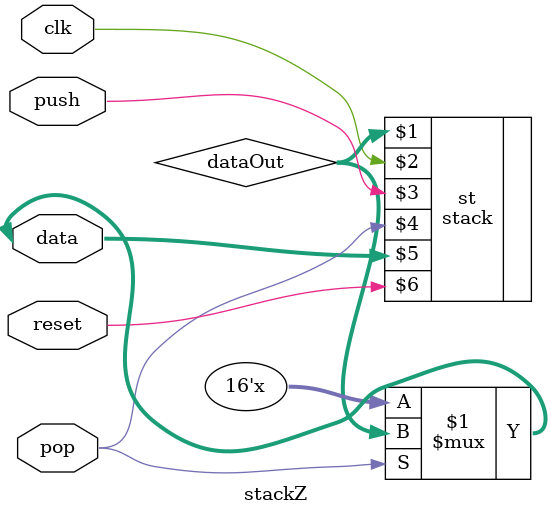
<source format=v>
`timescale 1ns / 1ps


module stackZ(
    inout [15:0] data,
    input clk, push, pop, reset
);
wire [15:0] dataOut;
assign data = pop ? dataOut : 16'bZ;
stack st(dataOut, clk, push, pop, data, reset);
endmodule

</source>
